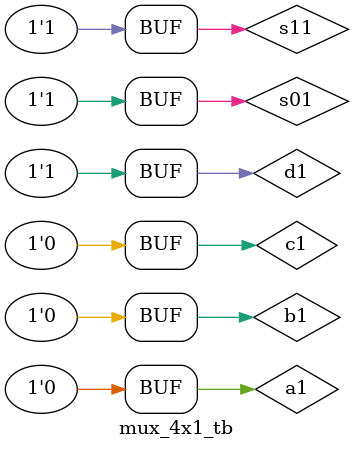
<source format=v>
module mux_4x1_tb;
  reg a1, b1, c1, d1, s01, s11;
  wire y1;
  mux_4x1 m4(.a(a1), .b(b1), .c(c1), .d(d1), .s0(s01), .s1(s11), .y(y1));
  
  initial begin
    $dumpfile("dump.vcd");
    $dumpvars();
    $monitor("time=%0t, a1=%b, b1=%b, c1=%b, d1=%b, s01=%b, s11=%b, y1=%b",
             $time, a1, b1, c1, d1, s01, s11, y1);
             
    #1 s01=0; s11=0; a1=1; b1=0; c1=0; d1=0; 
    #1 s01=0; s11=1; a1=0; b1=1; c1=0; d1=0; 
    #1 s01=1; s11=0; a1=0; b1=0; c1=1; d1=0;  
    #1 s01=1; s11=1; a1=0; b1=0; c1=0; d1=1; 
  end
endmodule

</source>
